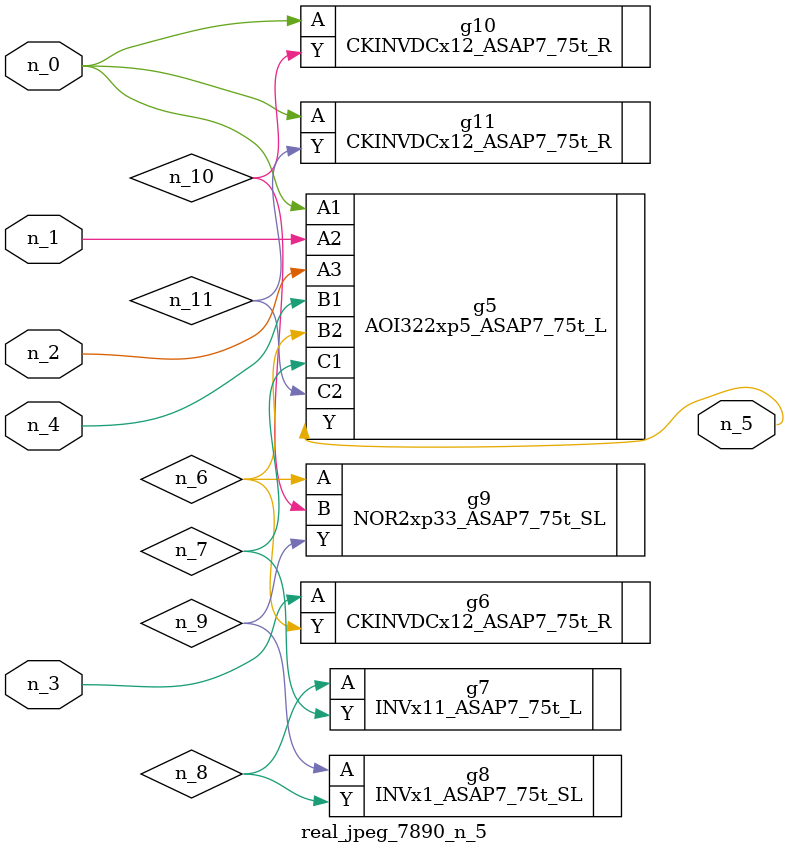
<source format=v>
module real_jpeg_7890_n_5 (n_4, n_0, n_1, n_2, n_3, n_5);

input n_4;
input n_0;
input n_1;
input n_2;
input n_3;

output n_5;

wire n_8;
wire n_11;
wire n_6;
wire n_7;
wire n_10;
wire n_9;

AOI322xp5_ASAP7_75t_L g5 ( 
.A1(n_0),
.A2(n_1),
.A3(n_2),
.B1(n_4),
.B2(n_6),
.C1(n_7),
.C2(n_11),
.Y(n_5)
);

CKINVDCx12_ASAP7_75t_R g10 ( 
.A(n_0),
.Y(n_10)
);

CKINVDCx12_ASAP7_75t_R g11 ( 
.A(n_0),
.Y(n_11)
);

CKINVDCx12_ASAP7_75t_R g6 ( 
.A(n_3),
.Y(n_6)
);

NOR2xp33_ASAP7_75t_SL g9 ( 
.A(n_6),
.B(n_10),
.Y(n_9)
);

INVx11_ASAP7_75t_L g7 ( 
.A(n_8),
.Y(n_7)
);

INVx1_ASAP7_75t_SL g8 ( 
.A(n_9),
.Y(n_8)
);


endmodule
</source>
